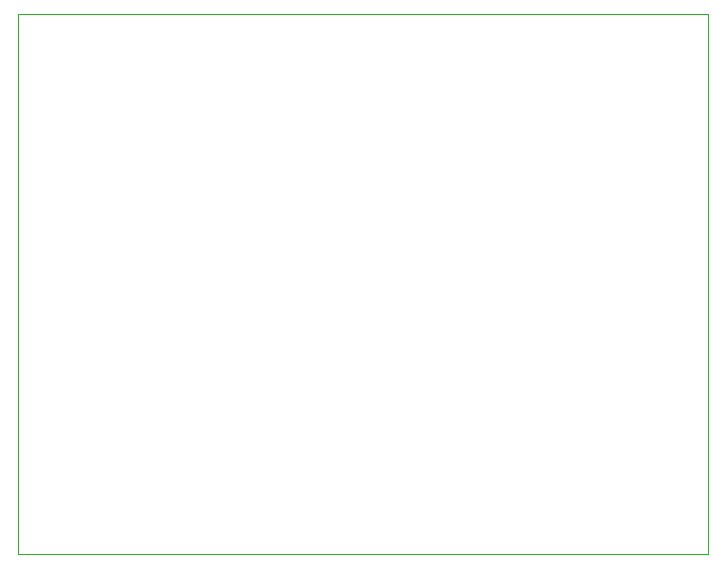
<source format=gbr>
%TF.GenerationSoftware,KiCad,Pcbnew,6.0.2+dfsg-1*%
%TF.CreationDate,2024-08-29T16:54:23+09:00*%
%TF.ProjectId,first,66697273-742e-46b6-9963-61645f706362,rev?*%
%TF.SameCoordinates,Original*%
%TF.FileFunction,Profile,NP*%
%FSLAX46Y46*%
G04 Gerber Fmt 4.6, Leading zero omitted, Abs format (unit mm)*
G04 Created by KiCad (PCBNEW 6.0.2+dfsg-1) date 2024-08-29 16:54:23*
%MOMM*%
%LPD*%
G01*
G04 APERTURE LIST*
%TA.AperFunction,Profile*%
%ADD10C,0.100000*%
%TD*%
G04 APERTURE END LIST*
D10*
X121920000Y-33020000D02*
X180340000Y-33020000D01*
X180340000Y-33020000D02*
X180340000Y-78740000D01*
X180340000Y-78740000D02*
X121920000Y-78740000D01*
X121920000Y-78740000D02*
X121920000Y-33020000D01*
M02*

</source>
